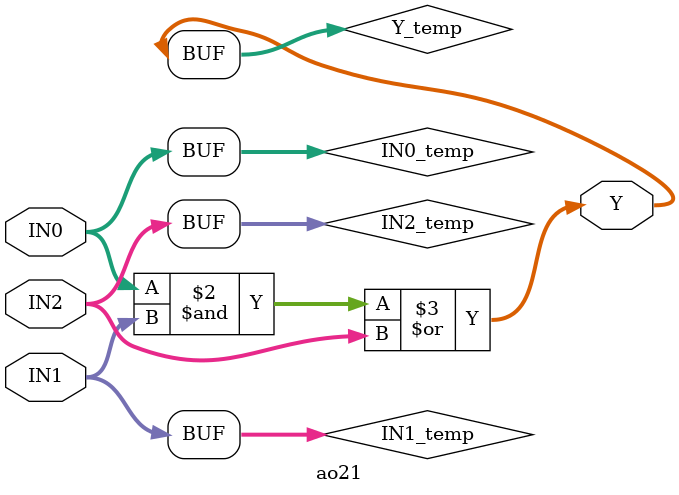
<source format=v>
module ao21(IN0,IN1,IN2,Y);
  parameter N = 8;
  parameter DPFLAG = 0;
  parameter GROUP = "std";
  parameter
        d_IN0 = 0,
        d_IN1 = 0,
        d_IN2 = 0,
        d_Y = 1;
  input [(N - 1):0] IN0;
  input [(N - 1):0] IN1;
  input [(N - 1):0] IN2;
  output [(N - 1):0] Y;
  wire [(N - 1):0] IN0_temp;
  wire [(N - 1):0] IN1_temp;
  wire [(N - 1):0] IN2_temp;
  reg [(N - 1):0] Y_temp;
  assign #(d_IN0) IN0_temp = IN0;
  assign #(d_IN1) IN1_temp = IN1;
  assign #(d_IN2) IN2_temp = IN2;
  assign #(d_Y) Y = Y_temp;
  initial
    begin
    if((DPFLAG == 1))
      $display("(WARNING) The instance %m of type ao21 can't be implemented as a data-path cell");
    end
  always
    @(IN0_temp or IN1_temp or IN2_temp)
      begin
      Y_temp = ((IN0_temp & IN1_temp) | IN2_temp);
      end
endmodule

</source>
